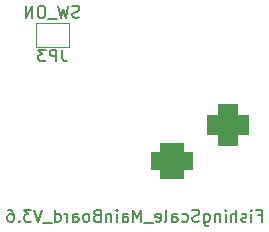
<source format=gbr>
%TF.GenerationSoftware,KiCad,Pcbnew,7.0.10*%
%TF.CreationDate,2024-04-30T16:31:27+09:00*%
%TF.ProjectId,ESP_Weight,4553505f-5765-4696-9768-742e6b696361,rev?*%
%TF.SameCoordinates,Original*%
%TF.FileFunction,Legend,Bot*%
%TF.FilePolarity,Positive*%
%FSLAX46Y46*%
G04 Gerber Fmt 4.6, Leading zero omitted, Abs format (unit mm)*
G04 Created by KiCad (PCBNEW 7.0.10) date 2024-04-30 16:31:27*
%MOMM*%
%LPD*%
G01*
G04 APERTURE LIST*
G04 Aperture macros list*
%AMRoundRect*
0 Rectangle with rounded corners*
0 $1 Rounding radius*
0 $2 $3 $4 $5 $6 $7 $8 $9 X,Y pos of 4 corners*
0 Add a 4 corners polygon primitive as box body*
4,1,4,$2,$3,$4,$5,$6,$7,$8,$9,$2,$3,0*
0 Add four circle primitives for the rounded corners*
1,1,$1+$1,$2,$3*
1,1,$1+$1,$4,$5*
1,1,$1+$1,$6,$7*
1,1,$1+$1,$8,$9*
0 Add four rect primitives between the rounded corners*
20,1,$1+$1,$2,$3,$4,$5,0*
20,1,$1+$1,$4,$5,$6,$7,0*
20,1,$1+$1,$6,$7,$8,$9,0*
20,1,$1+$1,$8,$9,$2,$3,0*%
%AMFreePoly0*
4,1,6,1.000000,0.000000,0.500000,-0.750000,-0.500000,-0.750000,-0.500000,0.750000,0.500000,0.750000,1.000000,0.000000,1.000000,0.000000,$1*%
%AMFreePoly1*
4,1,6,0.500000,-0.750000,-0.650000,-0.750000,-0.150000,0.000000,-0.650000,0.750000,0.500000,0.750000,0.500000,-0.750000,0.500000,-0.750000,$1*%
G04 Aperture macros list end*
%ADD10C,0.150000*%
%ADD11C,0.120000*%
%ADD12C,3.200000*%
%ADD13C,1.800000*%
%ADD14C,1.000000*%
%ADD15R,1.000000X1.000000*%
%ADD16C,1.400000*%
%ADD17C,3.250000*%
%ADD18R,1.500000X1.500000*%
%ADD19C,1.500000*%
%ADD20C,3.000000*%
%ADD21RoundRect,0.250000X-0.600000X-0.675000X0.600000X-0.675000X0.600000X0.675000X-0.600000X0.675000X0*%
%ADD22O,1.700000X1.850000*%
%ADD23O,2.300000X1.600000*%
%ADD24C,0.770000*%
%ADD25R,1.600000X1.600000*%
%ADD26C,1.600000*%
%ADD27C,4.000000*%
%ADD28R,1.700000X1.700000*%
%ADD29O,1.700000X1.700000*%
%ADD30RoundRect,0.250000X-0.650000X-1.550000X0.650000X-1.550000X0.650000X1.550000X-0.650000X1.550000X0*%
%ADD31O,1.800000X3.600000*%
%ADD32R,3.500000X3.500000*%
%ADD33RoundRect,0.750000X1.000000X-0.750000X1.000000X0.750000X-1.000000X0.750000X-1.000000X-0.750000X0*%
%ADD34RoundRect,0.875000X0.875000X-0.875000X0.875000X0.875000X-0.875000X0.875000X-0.875000X-0.875000X0*%
%ADD35C,2.400000*%
%ADD36C,1.700000*%
%ADD37FreePoly0,0.000000*%
%ADD38FreePoly1,0.000000*%
G04 APERTURE END LIST*
D10*
X116322762Y-129471009D02*
X116656095Y-129471009D01*
X116656095Y-129994819D02*
X116656095Y-128994819D01*
X116656095Y-128994819D02*
X116179905Y-128994819D01*
X115798952Y-129994819D02*
X115798952Y-129328152D01*
X115798952Y-128994819D02*
X115846571Y-129042438D01*
X115846571Y-129042438D02*
X115798952Y-129090057D01*
X115798952Y-129090057D02*
X115751333Y-129042438D01*
X115751333Y-129042438D02*
X115798952Y-128994819D01*
X115798952Y-128994819D02*
X115798952Y-129090057D01*
X115370381Y-129947200D02*
X115275143Y-129994819D01*
X115275143Y-129994819D02*
X115084667Y-129994819D01*
X115084667Y-129994819D02*
X114989429Y-129947200D01*
X114989429Y-129947200D02*
X114941810Y-129851961D01*
X114941810Y-129851961D02*
X114941810Y-129804342D01*
X114941810Y-129804342D02*
X114989429Y-129709104D01*
X114989429Y-129709104D02*
X115084667Y-129661485D01*
X115084667Y-129661485D02*
X115227524Y-129661485D01*
X115227524Y-129661485D02*
X115322762Y-129613866D01*
X115322762Y-129613866D02*
X115370381Y-129518628D01*
X115370381Y-129518628D02*
X115370381Y-129471009D01*
X115370381Y-129471009D02*
X115322762Y-129375771D01*
X115322762Y-129375771D02*
X115227524Y-129328152D01*
X115227524Y-129328152D02*
X115084667Y-129328152D01*
X115084667Y-129328152D02*
X114989429Y-129375771D01*
X114513238Y-129994819D02*
X114513238Y-128994819D01*
X114084667Y-129994819D02*
X114084667Y-129471009D01*
X114084667Y-129471009D02*
X114132286Y-129375771D01*
X114132286Y-129375771D02*
X114227524Y-129328152D01*
X114227524Y-129328152D02*
X114370381Y-129328152D01*
X114370381Y-129328152D02*
X114465619Y-129375771D01*
X114465619Y-129375771D02*
X114513238Y-129423390D01*
X113608476Y-129994819D02*
X113608476Y-129328152D01*
X113608476Y-128994819D02*
X113656095Y-129042438D01*
X113656095Y-129042438D02*
X113608476Y-129090057D01*
X113608476Y-129090057D02*
X113560857Y-129042438D01*
X113560857Y-129042438D02*
X113608476Y-128994819D01*
X113608476Y-128994819D02*
X113608476Y-129090057D01*
X113132286Y-129328152D02*
X113132286Y-129994819D01*
X113132286Y-129423390D02*
X113084667Y-129375771D01*
X113084667Y-129375771D02*
X112989429Y-129328152D01*
X112989429Y-129328152D02*
X112846572Y-129328152D01*
X112846572Y-129328152D02*
X112751334Y-129375771D01*
X112751334Y-129375771D02*
X112703715Y-129471009D01*
X112703715Y-129471009D02*
X112703715Y-129994819D01*
X111798953Y-129328152D02*
X111798953Y-130137676D01*
X111798953Y-130137676D02*
X111846572Y-130232914D01*
X111846572Y-130232914D02*
X111894191Y-130280533D01*
X111894191Y-130280533D02*
X111989429Y-130328152D01*
X111989429Y-130328152D02*
X112132286Y-130328152D01*
X112132286Y-130328152D02*
X112227524Y-130280533D01*
X111798953Y-129947200D02*
X111894191Y-129994819D01*
X111894191Y-129994819D02*
X112084667Y-129994819D01*
X112084667Y-129994819D02*
X112179905Y-129947200D01*
X112179905Y-129947200D02*
X112227524Y-129899580D01*
X112227524Y-129899580D02*
X112275143Y-129804342D01*
X112275143Y-129804342D02*
X112275143Y-129518628D01*
X112275143Y-129518628D02*
X112227524Y-129423390D01*
X112227524Y-129423390D02*
X112179905Y-129375771D01*
X112179905Y-129375771D02*
X112084667Y-129328152D01*
X112084667Y-129328152D02*
X111894191Y-129328152D01*
X111894191Y-129328152D02*
X111798953Y-129375771D01*
X111370381Y-129947200D02*
X111227524Y-129994819D01*
X111227524Y-129994819D02*
X110989429Y-129994819D01*
X110989429Y-129994819D02*
X110894191Y-129947200D01*
X110894191Y-129947200D02*
X110846572Y-129899580D01*
X110846572Y-129899580D02*
X110798953Y-129804342D01*
X110798953Y-129804342D02*
X110798953Y-129709104D01*
X110798953Y-129709104D02*
X110846572Y-129613866D01*
X110846572Y-129613866D02*
X110894191Y-129566247D01*
X110894191Y-129566247D02*
X110989429Y-129518628D01*
X110989429Y-129518628D02*
X111179905Y-129471009D01*
X111179905Y-129471009D02*
X111275143Y-129423390D01*
X111275143Y-129423390D02*
X111322762Y-129375771D01*
X111322762Y-129375771D02*
X111370381Y-129280533D01*
X111370381Y-129280533D02*
X111370381Y-129185295D01*
X111370381Y-129185295D02*
X111322762Y-129090057D01*
X111322762Y-129090057D02*
X111275143Y-129042438D01*
X111275143Y-129042438D02*
X111179905Y-128994819D01*
X111179905Y-128994819D02*
X110941810Y-128994819D01*
X110941810Y-128994819D02*
X110798953Y-129042438D01*
X109941810Y-129947200D02*
X110037048Y-129994819D01*
X110037048Y-129994819D02*
X110227524Y-129994819D01*
X110227524Y-129994819D02*
X110322762Y-129947200D01*
X110322762Y-129947200D02*
X110370381Y-129899580D01*
X110370381Y-129899580D02*
X110418000Y-129804342D01*
X110418000Y-129804342D02*
X110418000Y-129518628D01*
X110418000Y-129518628D02*
X110370381Y-129423390D01*
X110370381Y-129423390D02*
X110322762Y-129375771D01*
X110322762Y-129375771D02*
X110227524Y-129328152D01*
X110227524Y-129328152D02*
X110037048Y-129328152D01*
X110037048Y-129328152D02*
X109941810Y-129375771D01*
X109084667Y-129994819D02*
X109084667Y-129471009D01*
X109084667Y-129471009D02*
X109132286Y-129375771D01*
X109132286Y-129375771D02*
X109227524Y-129328152D01*
X109227524Y-129328152D02*
X109418000Y-129328152D01*
X109418000Y-129328152D02*
X109513238Y-129375771D01*
X109084667Y-129947200D02*
X109179905Y-129994819D01*
X109179905Y-129994819D02*
X109418000Y-129994819D01*
X109418000Y-129994819D02*
X109513238Y-129947200D01*
X109513238Y-129947200D02*
X109560857Y-129851961D01*
X109560857Y-129851961D02*
X109560857Y-129756723D01*
X109560857Y-129756723D02*
X109513238Y-129661485D01*
X109513238Y-129661485D02*
X109418000Y-129613866D01*
X109418000Y-129613866D02*
X109179905Y-129613866D01*
X109179905Y-129613866D02*
X109084667Y-129566247D01*
X108465619Y-129994819D02*
X108560857Y-129947200D01*
X108560857Y-129947200D02*
X108608476Y-129851961D01*
X108608476Y-129851961D02*
X108608476Y-128994819D01*
X107703714Y-129947200D02*
X107798952Y-129994819D01*
X107798952Y-129994819D02*
X107989428Y-129994819D01*
X107989428Y-129994819D02*
X108084666Y-129947200D01*
X108084666Y-129947200D02*
X108132285Y-129851961D01*
X108132285Y-129851961D02*
X108132285Y-129471009D01*
X108132285Y-129471009D02*
X108084666Y-129375771D01*
X108084666Y-129375771D02*
X107989428Y-129328152D01*
X107989428Y-129328152D02*
X107798952Y-129328152D01*
X107798952Y-129328152D02*
X107703714Y-129375771D01*
X107703714Y-129375771D02*
X107656095Y-129471009D01*
X107656095Y-129471009D02*
X107656095Y-129566247D01*
X107656095Y-129566247D02*
X108132285Y-129661485D01*
X107465619Y-130090057D02*
X106703714Y-130090057D01*
X106465618Y-129994819D02*
X106465618Y-128994819D01*
X106465618Y-128994819D02*
X106132285Y-129709104D01*
X106132285Y-129709104D02*
X105798952Y-128994819D01*
X105798952Y-128994819D02*
X105798952Y-129994819D01*
X104894190Y-129994819D02*
X104894190Y-129471009D01*
X104894190Y-129471009D02*
X104941809Y-129375771D01*
X104941809Y-129375771D02*
X105037047Y-129328152D01*
X105037047Y-129328152D02*
X105227523Y-129328152D01*
X105227523Y-129328152D02*
X105322761Y-129375771D01*
X104894190Y-129947200D02*
X104989428Y-129994819D01*
X104989428Y-129994819D02*
X105227523Y-129994819D01*
X105227523Y-129994819D02*
X105322761Y-129947200D01*
X105322761Y-129947200D02*
X105370380Y-129851961D01*
X105370380Y-129851961D02*
X105370380Y-129756723D01*
X105370380Y-129756723D02*
X105322761Y-129661485D01*
X105322761Y-129661485D02*
X105227523Y-129613866D01*
X105227523Y-129613866D02*
X104989428Y-129613866D01*
X104989428Y-129613866D02*
X104894190Y-129566247D01*
X104417999Y-129994819D02*
X104417999Y-129328152D01*
X104417999Y-128994819D02*
X104465618Y-129042438D01*
X104465618Y-129042438D02*
X104417999Y-129090057D01*
X104417999Y-129090057D02*
X104370380Y-129042438D01*
X104370380Y-129042438D02*
X104417999Y-128994819D01*
X104417999Y-128994819D02*
X104417999Y-129090057D01*
X103941809Y-129328152D02*
X103941809Y-129994819D01*
X103941809Y-129423390D02*
X103894190Y-129375771D01*
X103894190Y-129375771D02*
X103798952Y-129328152D01*
X103798952Y-129328152D02*
X103656095Y-129328152D01*
X103656095Y-129328152D02*
X103560857Y-129375771D01*
X103560857Y-129375771D02*
X103513238Y-129471009D01*
X103513238Y-129471009D02*
X103513238Y-129994819D01*
X102703714Y-129471009D02*
X102560857Y-129518628D01*
X102560857Y-129518628D02*
X102513238Y-129566247D01*
X102513238Y-129566247D02*
X102465619Y-129661485D01*
X102465619Y-129661485D02*
X102465619Y-129804342D01*
X102465619Y-129804342D02*
X102513238Y-129899580D01*
X102513238Y-129899580D02*
X102560857Y-129947200D01*
X102560857Y-129947200D02*
X102656095Y-129994819D01*
X102656095Y-129994819D02*
X103037047Y-129994819D01*
X103037047Y-129994819D02*
X103037047Y-128994819D01*
X103037047Y-128994819D02*
X102703714Y-128994819D01*
X102703714Y-128994819D02*
X102608476Y-129042438D01*
X102608476Y-129042438D02*
X102560857Y-129090057D01*
X102560857Y-129090057D02*
X102513238Y-129185295D01*
X102513238Y-129185295D02*
X102513238Y-129280533D01*
X102513238Y-129280533D02*
X102560857Y-129375771D01*
X102560857Y-129375771D02*
X102608476Y-129423390D01*
X102608476Y-129423390D02*
X102703714Y-129471009D01*
X102703714Y-129471009D02*
X103037047Y-129471009D01*
X101894190Y-129994819D02*
X101989428Y-129947200D01*
X101989428Y-129947200D02*
X102037047Y-129899580D01*
X102037047Y-129899580D02*
X102084666Y-129804342D01*
X102084666Y-129804342D02*
X102084666Y-129518628D01*
X102084666Y-129518628D02*
X102037047Y-129423390D01*
X102037047Y-129423390D02*
X101989428Y-129375771D01*
X101989428Y-129375771D02*
X101894190Y-129328152D01*
X101894190Y-129328152D02*
X101751333Y-129328152D01*
X101751333Y-129328152D02*
X101656095Y-129375771D01*
X101656095Y-129375771D02*
X101608476Y-129423390D01*
X101608476Y-129423390D02*
X101560857Y-129518628D01*
X101560857Y-129518628D02*
X101560857Y-129804342D01*
X101560857Y-129804342D02*
X101608476Y-129899580D01*
X101608476Y-129899580D02*
X101656095Y-129947200D01*
X101656095Y-129947200D02*
X101751333Y-129994819D01*
X101751333Y-129994819D02*
X101894190Y-129994819D01*
X100703714Y-129994819D02*
X100703714Y-129471009D01*
X100703714Y-129471009D02*
X100751333Y-129375771D01*
X100751333Y-129375771D02*
X100846571Y-129328152D01*
X100846571Y-129328152D02*
X101037047Y-129328152D01*
X101037047Y-129328152D02*
X101132285Y-129375771D01*
X100703714Y-129947200D02*
X100798952Y-129994819D01*
X100798952Y-129994819D02*
X101037047Y-129994819D01*
X101037047Y-129994819D02*
X101132285Y-129947200D01*
X101132285Y-129947200D02*
X101179904Y-129851961D01*
X101179904Y-129851961D02*
X101179904Y-129756723D01*
X101179904Y-129756723D02*
X101132285Y-129661485D01*
X101132285Y-129661485D02*
X101037047Y-129613866D01*
X101037047Y-129613866D02*
X100798952Y-129613866D01*
X100798952Y-129613866D02*
X100703714Y-129566247D01*
X100227523Y-129994819D02*
X100227523Y-129328152D01*
X100227523Y-129518628D02*
X100179904Y-129423390D01*
X100179904Y-129423390D02*
X100132285Y-129375771D01*
X100132285Y-129375771D02*
X100037047Y-129328152D01*
X100037047Y-129328152D02*
X99941809Y-129328152D01*
X99179904Y-129994819D02*
X99179904Y-128994819D01*
X99179904Y-129947200D02*
X99275142Y-129994819D01*
X99275142Y-129994819D02*
X99465618Y-129994819D01*
X99465618Y-129994819D02*
X99560856Y-129947200D01*
X99560856Y-129947200D02*
X99608475Y-129899580D01*
X99608475Y-129899580D02*
X99656094Y-129804342D01*
X99656094Y-129804342D02*
X99656094Y-129518628D01*
X99656094Y-129518628D02*
X99608475Y-129423390D01*
X99608475Y-129423390D02*
X99560856Y-129375771D01*
X99560856Y-129375771D02*
X99465618Y-129328152D01*
X99465618Y-129328152D02*
X99275142Y-129328152D01*
X99275142Y-129328152D02*
X99179904Y-129375771D01*
X98941809Y-130090057D02*
X98179904Y-130090057D01*
X98084665Y-128994819D02*
X97751332Y-129994819D01*
X97751332Y-129994819D02*
X97417999Y-128994819D01*
X97179903Y-128994819D02*
X96560856Y-128994819D01*
X96560856Y-128994819D02*
X96894189Y-129375771D01*
X96894189Y-129375771D02*
X96751332Y-129375771D01*
X96751332Y-129375771D02*
X96656094Y-129423390D01*
X96656094Y-129423390D02*
X96608475Y-129471009D01*
X96608475Y-129471009D02*
X96560856Y-129566247D01*
X96560856Y-129566247D02*
X96560856Y-129804342D01*
X96560856Y-129804342D02*
X96608475Y-129899580D01*
X96608475Y-129899580D02*
X96656094Y-129947200D01*
X96656094Y-129947200D02*
X96751332Y-129994819D01*
X96751332Y-129994819D02*
X97037046Y-129994819D01*
X97037046Y-129994819D02*
X97132284Y-129947200D01*
X97132284Y-129947200D02*
X97179903Y-129899580D01*
X96132284Y-129899580D02*
X96084665Y-129947200D01*
X96084665Y-129947200D02*
X96132284Y-129994819D01*
X96132284Y-129994819D02*
X96179903Y-129947200D01*
X96179903Y-129947200D02*
X96132284Y-129899580D01*
X96132284Y-129899580D02*
X96132284Y-129994819D01*
X95227523Y-128994819D02*
X95417999Y-128994819D01*
X95417999Y-128994819D02*
X95513237Y-129042438D01*
X95513237Y-129042438D02*
X95560856Y-129090057D01*
X95560856Y-129090057D02*
X95656094Y-129232914D01*
X95656094Y-129232914D02*
X95703713Y-129423390D01*
X95703713Y-129423390D02*
X95703713Y-129804342D01*
X95703713Y-129804342D02*
X95656094Y-129899580D01*
X95656094Y-129899580D02*
X95608475Y-129947200D01*
X95608475Y-129947200D02*
X95513237Y-129994819D01*
X95513237Y-129994819D02*
X95322761Y-129994819D01*
X95322761Y-129994819D02*
X95227523Y-129947200D01*
X95227523Y-129947200D02*
X95179904Y-129899580D01*
X95179904Y-129899580D02*
X95132285Y-129804342D01*
X95132285Y-129804342D02*
X95132285Y-129566247D01*
X95132285Y-129566247D02*
X95179904Y-129471009D01*
X95179904Y-129471009D02*
X95227523Y-129423390D01*
X95227523Y-129423390D02*
X95322761Y-129375771D01*
X95322761Y-129375771D02*
X95513237Y-129375771D01*
X95513237Y-129375771D02*
X95608475Y-129423390D01*
X95608475Y-129423390D02*
X95656094Y-129471009D01*
X95656094Y-129471009D02*
X95703713Y-129566247D01*
X99766333Y-115427819D02*
X99766333Y-116142104D01*
X99766333Y-116142104D02*
X99813952Y-116284961D01*
X99813952Y-116284961D02*
X99909190Y-116380200D01*
X99909190Y-116380200D02*
X100052047Y-116427819D01*
X100052047Y-116427819D02*
X100147285Y-116427819D01*
X99290142Y-116427819D02*
X99290142Y-115427819D01*
X99290142Y-115427819D02*
X98909190Y-115427819D01*
X98909190Y-115427819D02*
X98813952Y-115475438D01*
X98813952Y-115475438D02*
X98766333Y-115523057D01*
X98766333Y-115523057D02*
X98718714Y-115618295D01*
X98718714Y-115618295D02*
X98718714Y-115761152D01*
X98718714Y-115761152D02*
X98766333Y-115856390D01*
X98766333Y-115856390D02*
X98813952Y-115904009D01*
X98813952Y-115904009D02*
X98909190Y-115951628D01*
X98909190Y-115951628D02*
X99290142Y-115951628D01*
X98385380Y-115427819D02*
X97766333Y-115427819D01*
X97766333Y-115427819D02*
X98099666Y-115808771D01*
X98099666Y-115808771D02*
X97956809Y-115808771D01*
X97956809Y-115808771D02*
X97861571Y-115856390D01*
X97861571Y-115856390D02*
X97813952Y-115904009D01*
X97813952Y-115904009D02*
X97766333Y-115999247D01*
X97766333Y-115999247D02*
X97766333Y-116237342D01*
X97766333Y-116237342D02*
X97813952Y-116332580D01*
X97813952Y-116332580D02*
X97861571Y-116380200D01*
X97861571Y-116380200D02*
X97956809Y-116427819D01*
X97956809Y-116427819D02*
X98242523Y-116427819D01*
X98242523Y-116427819D02*
X98337761Y-116380200D01*
X98337761Y-116380200D02*
X98385380Y-116332580D01*
X101218713Y-112680200D02*
X101075856Y-112727819D01*
X101075856Y-112727819D02*
X100837761Y-112727819D01*
X100837761Y-112727819D02*
X100742523Y-112680200D01*
X100742523Y-112680200D02*
X100694904Y-112632580D01*
X100694904Y-112632580D02*
X100647285Y-112537342D01*
X100647285Y-112537342D02*
X100647285Y-112442104D01*
X100647285Y-112442104D02*
X100694904Y-112346866D01*
X100694904Y-112346866D02*
X100742523Y-112299247D01*
X100742523Y-112299247D02*
X100837761Y-112251628D01*
X100837761Y-112251628D02*
X101028237Y-112204009D01*
X101028237Y-112204009D02*
X101123475Y-112156390D01*
X101123475Y-112156390D02*
X101171094Y-112108771D01*
X101171094Y-112108771D02*
X101218713Y-112013533D01*
X101218713Y-112013533D02*
X101218713Y-111918295D01*
X101218713Y-111918295D02*
X101171094Y-111823057D01*
X101171094Y-111823057D02*
X101123475Y-111775438D01*
X101123475Y-111775438D02*
X101028237Y-111727819D01*
X101028237Y-111727819D02*
X100790142Y-111727819D01*
X100790142Y-111727819D02*
X100647285Y-111775438D01*
X100313951Y-111727819D02*
X100075856Y-112727819D01*
X100075856Y-112727819D02*
X99885380Y-112013533D01*
X99885380Y-112013533D02*
X99694904Y-112727819D01*
X99694904Y-112727819D02*
X99456809Y-111727819D01*
X99313952Y-112823057D02*
X98552047Y-112823057D01*
X98123475Y-111727819D02*
X97932999Y-111727819D01*
X97932999Y-111727819D02*
X97837761Y-111775438D01*
X97837761Y-111775438D02*
X97742523Y-111870676D01*
X97742523Y-111870676D02*
X97694904Y-112061152D01*
X97694904Y-112061152D02*
X97694904Y-112394485D01*
X97694904Y-112394485D02*
X97742523Y-112584961D01*
X97742523Y-112584961D02*
X97837761Y-112680200D01*
X97837761Y-112680200D02*
X97932999Y-112727819D01*
X97932999Y-112727819D02*
X98123475Y-112727819D01*
X98123475Y-112727819D02*
X98218713Y-112680200D01*
X98218713Y-112680200D02*
X98313951Y-112584961D01*
X98313951Y-112584961D02*
X98361570Y-112394485D01*
X98361570Y-112394485D02*
X98361570Y-112061152D01*
X98361570Y-112061152D02*
X98313951Y-111870676D01*
X98313951Y-111870676D02*
X98218713Y-111775438D01*
X98218713Y-111775438D02*
X98123475Y-111727819D01*
X97266332Y-112727819D02*
X97266332Y-111727819D01*
X97266332Y-111727819D02*
X96694904Y-112727819D01*
X96694904Y-112727819D02*
X96694904Y-111727819D01*
D11*
%TO.C,JP3*%
X97533000Y-113173000D02*
X97533000Y-115173000D01*
X97533000Y-115173000D02*
X100333000Y-115173000D01*
X100333000Y-113173000D02*
X97533000Y-113173000D01*
X100333000Y-115173000D02*
X100333000Y-113173000D01*
%TD*%
%LPC*%
D12*
%TO.C,H2*%
X200787000Y-81026000D03*
%TD*%
D13*
%TO.C,D4*%
X195326000Y-121105000D03*
X195326000Y-123645000D03*
X195326000Y-126185000D03*
X192786000Y-126185000D03*
X192786000Y-123645000D03*
X192786000Y-121105000D03*
%TD*%
D14*
%TO.C,JP2*%
X207421000Y-121539000D03*
X206121000Y-121539000D03*
%TD*%
D15*
%TO.C,TP8*%
X190246000Y-85598000D03*
%TD*%
%TO.C,TP4*%
X115824000Y-98679000D03*
%TD*%
%TO.C,TP10*%
X174625000Y-100394000D03*
%TD*%
D12*
%TO.C,H4*%
X200838000Y-120052000D03*
%TD*%
D15*
%TO.C,TP7*%
X190246000Y-80518000D03*
%TD*%
D14*
%TO.C,JP1*%
X207421000Y-117856000D03*
X206121000Y-117856000D03*
%TD*%
D16*
%TO.C,U4*%
X129794000Y-83439000D03*
X132334000Y-83439000D03*
X134874000Y-83439000D03*
X137414000Y-83439000D03*
%TD*%
D17*
%TO.C,J4*%
X129817000Y-124385000D03*
X141247000Y-124385000D03*
D18*
X131087000Y-118035000D03*
D19*
X132357000Y-115495000D03*
X133627000Y-118035000D03*
X134897000Y-115495000D03*
X136167000Y-118035000D03*
X137437000Y-115495000D03*
X138707000Y-118035000D03*
X139977000Y-115495000D03*
D20*
X127762000Y-127435000D03*
X143302000Y-127435000D03*
%TD*%
D15*
%TO.C,TP18*%
X198628000Y-85852000D03*
%TD*%
D12*
%TO.C,H1*%
X100787000Y-81026000D03*
%TD*%
D15*
%TO.C,TP1*%
X147447000Y-99949000D03*
%TD*%
%TO.C,TP9*%
X174625000Y-95314000D03*
%TD*%
D12*
%TO.C,H3*%
X100838000Y-120052000D03*
%TD*%
D15*
%TO.C,TP17*%
X135255000Y-110744000D03*
%TD*%
%TO.C,TP2*%
X152527000Y-99949000D03*
%TD*%
D21*
%TO.C,J6*%
X97683000Y-110251000D03*
D22*
X100183000Y-110251000D03*
%TD*%
D16*
%TO.C,U6*%
X129794000Y-104394000D03*
X132334000Y-104394000D03*
X134874000Y-104394000D03*
X137414000Y-104394000D03*
%TD*%
D15*
%TO.C,TP5*%
X163957000Y-104013000D03*
%TD*%
D23*
%TO.C,K1*%
X95123000Y-91059000D03*
X95123000Y-101219000D03*
X95123000Y-103759000D03*
X102743000Y-103759000D03*
X102743000Y-101219000D03*
X102743000Y-91059000D03*
%TD*%
D15*
%TO.C,TP12*%
X154432000Y-117729000D03*
%TD*%
D24*
%TO.C,U2*%
X123347000Y-114920000D03*
X122047000Y-114920000D03*
X120747000Y-114920000D03*
X123347000Y-116220000D03*
X122047000Y-116220000D03*
X120747000Y-116220000D03*
%TD*%
D25*
%TO.C,J7*%
X156095000Y-121747000D03*
D26*
X158865000Y-121747000D03*
X161635000Y-121747000D03*
X164405000Y-121747000D03*
X167175000Y-121747000D03*
X157480000Y-124587000D03*
X160250000Y-124587000D03*
X163020000Y-124587000D03*
X165790000Y-124587000D03*
D27*
X149135000Y-123167000D03*
X174135000Y-123167000D03*
%TD*%
D15*
%TO.C,TP11*%
X154432000Y-112649000D03*
%TD*%
%TO.C,TP3*%
X110744000Y-98679000D03*
%TD*%
%TO.C,TP13*%
X147447000Y-104013000D03*
%TD*%
%TO.C,TP6*%
X169037000Y-104013000D03*
%TD*%
D28*
%TO.C,J2*%
X158369000Y-112649000D03*
D29*
X158369000Y-110109000D03*
X158369000Y-107569000D03*
X158369000Y-105029000D03*
%TD*%
D30*
%TO.C,J3*%
X118955000Y-124448500D03*
D31*
X122455000Y-124448500D03*
%TD*%
D15*
%TO.C,TP14*%
X152527000Y-104013000D03*
%TD*%
D32*
%TO.C,J1*%
X109093000Y-118841000D03*
D33*
X109093000Y-124841000D03*
D34*
X113793000Y-121841000D03*
%TD*%
D35*
%TO.C,SW1*%
X205176001Y-124695000D03*
X198176001Y-124695000D03*
D36*
X203926001Y-127195000D03*
X199426001Y-127195000D03*
%TD*%
D37*
%TO.C,JP3*%
X98208000Y-114173000D03*
D38*
X99658000Y-114173000D03*
%TD*%
%LPD*%
M02*

</source>
